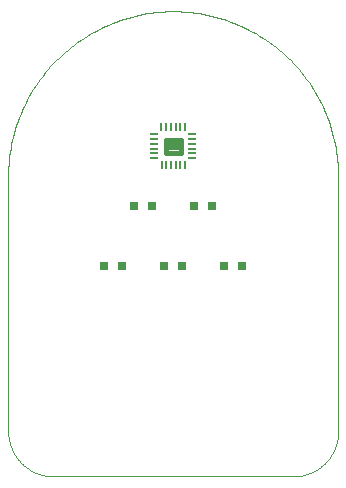
<source format=gtp>
G75*
%MOIN*%
%OFA0B0*%
%FSLAX25Y25*%
%IPPOS*%
%LPD*%
%AMOC8*
5,1,8,0,0,1.08239X$1,22.5*
%
%ADD10R,0.03150X0.03150*%
%ADD11R,0.03150X0.00787*%
%ADD12R,0.00787X0.03150*%
%ADD13C,0.01831*%
%ADD14C,0.00000*%
D10*
X0038847Y0089006D03*
X0044753Y0089006D03*
X0058847Y0089006D03*
X0064753Y0089006D03*
X0078847Y0089006D03*
X0084753Y0089006D03*
X0074753Y0109006D03*
X0068847Y0109006D03*
X0054753Y0109006D03*
X0048847Y0109006D03*
D11*
X0055501Y0125108D03*
X0055501Y0126683D03*
X0055501Y0128258D03*
X0055501Y0129833D03*
X0055501Y0131407D03*
X0055501Y0132982D03*
X0068099Y0132982D03*
X0068099Y0131407D03*
X0068099Y0129833D03*
X0068099Y0128258D03*
X0068099Y0126683D03*
X0068099Y0125108D03*
D12*
X0065776Y0122707D03*
X0064202Y0122707D03*
X0062627Y0122707D03*
X0061052Y0122707D03*
X0059477Y0122707D03*
X0057902Y0122707D03*
X0057863Y0135305D03*
X0059438Y0135305D03*
X0061013Y0135305D03*
X0062587Y0135305D03*
X0064162Y0135305D03*
X0065737Y0135305D03*
D13*
X0064231Y0126870D02*
X0059369Y0126870D01*
X0059369Y0131142D01*
X0064231Y0131142D01*
X0064231Y0126870D01*
X0064231Y0128700D02*
X0059369Y0128700D01*
X0059369Y0130530D02*
X0064231Y0130530D01*
D14*
X0101800Y0019006D02*
X0021800Y0019006D01*
X0021438Y0019010D01*
X0021075Y0019024D01*
X0020713Y0019045D01*
X0020352Y0019076D01*
X0019992Y0019115D01*
X0019633Y0019163D01*
X0019275Y0019220D01*
X0018918Y0019285D01*
X0018563Y0019359D01*
X0018210Y0019442D01*
X0017859Y0019533D01*
X0017511Y0019632D01*
X0017165Y0019740D01*
X0016821Y0019856D01*
X0016481Y0019981D01*
X0016144Y0020113D01*
X0015810Y0020254D01*
X0015479Y0020403D01*
X0015152Y0020560D01*
X0014829Y0020724D01*
X0014510Y0020896D01*
X0014196Y0021076D01*
X0013885Y0021264D01*
X0013580Y0021459D01*
X0013279Y0021661D01*
X0012983Y0021871D01*
X0012693Y0022087D01*
X0012407Y0022311D01*
X0012127Y0022541D01*
X0011853Y0022778D01*
X0011585Y0023022D01*
X0011322Y0023272D01*
X0011066Y0023528D01*
X0010816Y0023791D01*
X0010572Y0024059D01*
X0010335Y0024333D01*
X0010105Y0024613D01*
X0009881Y0024899D01*
X0009665Y0025189D01*
X0009455Y0025485D01*
X0009253Y0025786D01*
X0009058Y0026091D01*
X0008870Y0026402D01*
X0008690Y0026716D01*
X0008518Y0027035D01*
X0008354Y0027358D01*
X0008197Y0027685D01*
X0008048Y0028016D01*
X0007907Y0028350D01*
X0007775Y0028687D01*
X0007650Y0029027D01*
X0007534Y0029371D01*
X0007426Y0029717D01*
X0007327Y0030065D01*
X0007236Y0030416D01*
X0007153Y0030769D01*
X0007079Y0031124D01*
X0007014Y0031481D01*
X0006957Y0031839D01*
X0006909Y0032198D01*
X0006870Y0032558D01*
X0006839Y0032919D01*
X0006818Y0033281D01*
X0006804Y0033644D01*
X0006800Y0034006D01*
X0006800Y0119006D01*
X0006816Y0120345D01*
X0006865Y0121684D01*
X0006947Y0123021D01*
X0007061Y0124355D01*
X0007207Y0125687D01*
X0007386Y0127014D01*
X0007597Y0128337D01*
X0007841Y0129654D01*
X0008116Y0130965D01*
X0008423Y0132268D01*
X0008762Y0133564D01*
X0009132Y0134851D01*
X0009533Y0136129D01*
X0009966Y0137397D01*
X0010429Y0138654D01*
X0010923Y0139899D01*
X0011447Y0141132D01*
X0012000Y0142351D01*
X0012584Y0143557D01*
X0013196Y0144748D01*
X0013837Y0145924D01*
X0014507Y0147084D01*
X0015205Y0148227D01*
X0015930Y0149353D01*
X0016683Y0150461D01*
X0017462Y0151551D01*
X0018268Y0152621D01*
X0019099Y0153671D01*
X0019956Y0154700D01*
X0020838Y0155709D01*
X0021743Y0156695D01*
X0022673Y0157659D01*
X0023626Y0158601D01*
X0024601Y0159519D01*
X0025599Y0160412D01*
X0026618Y0161282D01*
X0027658Y0162126D01*
X0028718Y0162944D01*
X0029798Y0163737D01*
X0030896Y0164503D01*
X0032014Y0165242D01*
X0033148Y0165954D01*
X0034300Y0166637D01*
X0035468Y0167293D01*
X0036652Y0167920D01*
X0037850Y0168518D01*
X0039063Y0169086D01*
X0040289Y0169625D01*
X0041528Y0170134D01*
X0042779Y0170612D01*
X0044042Y0171060D01*
X0045314Y0171477D01*
X0046597Y0171863D01*
X0047889Y0172218D01*
X0049189Y0172541D01*
X0050496Y0172832D01*
X0051810Y0173091D01*
X0053130Y0173318D01*
X0054455Y0173513D01*
X0055785Y0173676D01*
X0057118Y0173806D01*
X0058453Y0173904D01*
X0059791Y0173969D01*
X0061130Y0174002D01*
X0062470Y0174002D01*
X0063809Y0173969D01*
X0065147Y0173904D01*
X0066482Y0173806D01*
X0067815Y0173676D01*
X0069145Y0173513D01*
X0070470Y0173318D01*
X0071790Y0173091D01*
X0073104Y0172832D01*
X0074411Y0172541D01*
X0075711Y0172218D01*
X0077003Y0171863D01*
X0078286Y0171477D01*
X0079558Y0171060D01*
X0080821Y0170612D01*
X0082072Y0170134D01*
X0083311Y0169625D01*
X0084537Y0169086D01*
X0085750Y0168518D01*
X0086948Y0167920D01*
X0088132Y0167293D01*
X0089300Y0166637D01*
X0090452Y0165954D01*
X0091586Y0165242D01*
X0092704Y0164503D01*
X0093802Y0163737D01*
X0094882Y0162944D01*
X0095942Y0162126D01*
X0096982Y0161282D01*
X0098001Y0160412D01*
X0098999Y0159519D01*
X0099974Y0158601D01*
X0100927Y0157659D01*
X0101857Y0156695D01*
X0102762Y0155709D01*
X0103644Y0154700D01*
X0104501Y0153671D01*
X0105332Y0152621D01*
X0106138Y0151551D01*
X0106917Y0150461D01*
X0107670Y0149353D01*
X0108395Y0148227D01*
X0109093Y0147084D01*
X0109763Y0145924D01*
X0110404Y0144748D01*
X0111016Y0143557D01*
X0111600Y0142351D01*
X0112153Y0141132D01*
X0112677Y0139899D01*
X0113171Y0138654D01*
X0113634Y0137397D01*
X0114067Y0136129D01*
X0114468Y0134851D01*
X0114838Y0133564D01*
X0115177Y0132268D01*
X0115484Y0130965D01*
X0115759Y0129654D01*
X0116003Y0128337D01*
X0116214Y0127014D01*
X0116393Y0125687D01*
X0116539Y0124355D01*
X0116653Y0123021D01*
X0116735Y0121684D01*
X0116784Y0120345D01*
X0116800Y0119006D01*
X0116800Y0034006D01*
X0116796Y0033644D01*
X0116782Y0033281D01*
X0116761Y0032919D01*
X0116730Y0032558D01*
X0116691Y0032198D01*
X0116643Y0031839D01*
X0116586Y0031481D01*
X0116521Y0031124D01*
X0116447Y0030769D01*
X0116364Y0030416D01*
X0116273Y0030065D01*
X0116174Y0029717D01*
X0116066Y0029371D01*
X0115950Y0029027D01*
X0115825Y0028687D01*
X0115693Y0028350D01*
X0115552Y0028016D01*
X0115403Y0027685D01*
X0115246Y0027358D01*
X0115082Y0027035D01*
X0114910Y0026716D01*
X0114730Y0026402D01*
X0114542Y0026091D01*
X0114347Y0025786D01*
X0114145Y0025485D01*
X0113935Y0025189D01*
X0113719Y0024899D01*
X0113495Y0024613D01*
X0113265Y0024333D01*
X0113028Y0024059D01*
X0112784Y0023791D01*
X0112534Y0023528D01*
X0112278Y0023272D01*
X0112015Y0023022D01*
X0111747Y0022778D01*
X0111473Y0022541D01*
X0111193Y0022311D01*
X0110907Y0022087D01*
X0110617Y0021871D01*
X0110321Y0021661D01*
X0110020Y0021459D01*
X0109715Y0021264D01*
X0109404Y0021076D01*
X0109090Y0020896D01*
X0108771Y0020724D01*
X0108448Y0020560D01*
X0108121Y0020403D01*
X0107790Y0020254D01*
X0107456Y0020113D01*
X0107119Y0019981D01*
X0106779Y0019856D01*
X0106435Y0019740D01*
X0106089Y0019632D01*
X0105741Y0019533D01*
X0105390Y0019442D01*
X0105037Y0019359D01*
X0104682Y0019285D01*
X0104325Y0019220D01*
X0103967Y0019163D01*
X0103608Y0019115D01*
X0103248Y0019076D01*
X0102887Y0019045D01*
X0102525Y0019024D01*
X0102162Y0019010D01*
X0101800Y0019006D01*
M02*

</source>
